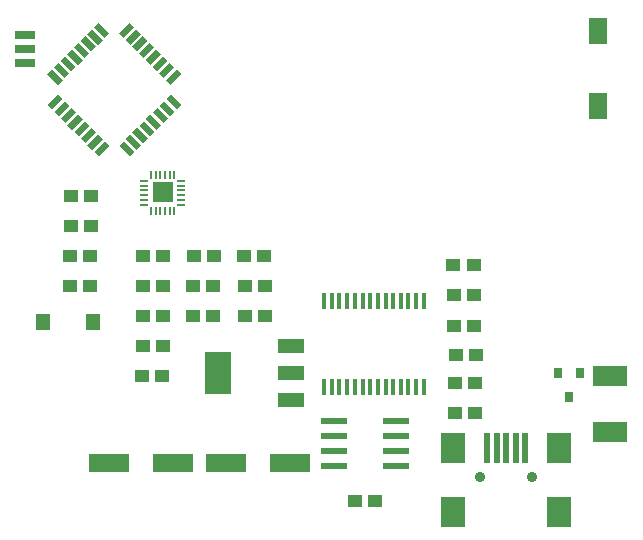
<source format=gtp>
G04 MADE WITH FRITZING*
G04 WWW.FRITZING.ORG*
G04 DOUBLE SIDED*
G04 HOLES PLATED*
G04 CONTOUR ON CENTER OF CONTOUR VECTOR*
%ASAXBY*%
%FSLAX23Y23*%
%MOIN*%
%OFA0B0*%
%SFA1.0B1.0*%
%ADD10C,0.035433*%
%ADD11R,0.028032X0.007874*%
%ADD12R,0.007874X0.028032*%
%ADD13R,0.062992X0.090551*%
%ADD14R,0.013701X0.055000*%
%ADD15R,0.088000X0.048000*%
%ADD16R,0.086614X0.141732*%
%ADD17R,0.050000X0.057874*%
%ADD18R,0.137795X0.062992*%
%ADD19R,0.047244X0.043307*%
%ADD20R,0.087000X0.024000*%
%ADD21R,0.031496X0.035433*%
%ADD22R,0.114000X0.066000*%
%ADD23R,0.019685X0.098425*%
%ADD24R,0.078740X0.098425*%
%ADD25R,0.066929X0.027559*%
%ADD26R,0.066929X0.066929*%
%LNPASTEMASK1*%
G90*
G70*
G54D10*
X1994Y169D03*
X2167Y169D03*
X1994Y169D03*
X2167Y169D03*
G54D11*
X875Y1108D03*
X997Y1140D03*
X997Y1124D03*
X875Y1077D03*
G54D12*
X975Y1177D03*
G54D11*
X875Y1156D03*
X997Y1108D03*
X875Y1140D03*
G54D12*
X959Y1177D03*
G54D11*
X875Y1093D03*
G54D12*
X896Y1177D03*
X944Y1055D03*
G54D11*
X997Y1093D03*
G54D12*
X928Y1055D03*
G54D11*
X997Y1077D03*
G54D12*
X912Y1055D03*
X912Y1177D03*
X975Y1055D03*
X944Y1177D03*
X959Y1055D03*
X928Y1177D03*
X896Y1055D03*
G54D11*
X997Y1156D03*
X875Y1124D03*
G54D13*
X2388Y1407D03*
X2388Y1655D03*
G54D14*
X1474Y755D03*
X1499Y755D03*
X1525Y755D03*
X1551Y755D03*
X1576Y755D03*
X1602Y755D03*
X1627Y755D03*
X1679Y755D03*
X1653Y755D03*
X1704Y755D03*
X1730Y755D03*
X1755Y755D03*
X1781Y755D03*
X1807Y755D03*
X1474Y468D03*
X1499Y468D03*
X1525Y468D03*
X1551Y468D03*
X1576Y468D03*
X1602Y468D03*
X1627Y468D03*
X1653Y468D03*
X1679Y468D03*
X1704Y468D03*
X1730Y468D03*
X1755Y468D03*
X1781Y468D03*
X1807Y468D03*
G54D15*
X1365Y424D03*
X1365Y515D03*
X1365Y606D03*
G54D16*
X1121Y515D03*
G54D17*
X536Y685D03*
X705Y685D03*
G54D18*
X757Y216D03*
X970Y216D03*
X1147Y216D03*
X1360Y216D03*
G54D19*
X1905Y875D03*
X1972Y875D03*
X628Y905D03*
X695Y905D03*
X935Y505D03*
X868Y505D03*
X1275Y907D03*
X1208Y907D03*
X631Y1105D03*
X698Y1105D03*
X631Y1005D03*
X698Y1005D03*
X1108Y905D03*
X1041Y905D03*
X1912Y574D03*
X1979Y574D03*
X628Y805D03*
X695Y805D03*
X1577Y89D03*
X1644Y89D03*
X1975Y671D03*
X1908Y671D03*
X1975Y777D03*
X1908Y777D03*
G54D20*
X1507Y355D03*
X1507Y305D03*
X1507Y255D03*
X1507Y205D03*
X1713Y205D03*
X1713Y255D03*
X1713Y305D03*
X1713Y355D03*
G54D21*
X2328Y517D03*
X2253Y517D03*
X2290Y435D03*
G54D22*
X2428Y507D03*
X2428Y319D03*
G54D23*
X2081Y267D03*
X2049Y267D03*
X2144Y267D03*
X2112Y267D03*
G54D24*
X2258Y51D03*
X1904Y51D03*
X2258Y267D03*
X1904Y267D03*
G54D23*
X2018Y267D03*
G54D19*
X1911Y481D03*
X1978Y481D03*
X871Y905D03*
X938Y905D03*
X871Y705D03*
X938Y705D03*
X871Y605D03*
X938Y605D03*
X871Y805D03*
X938Y805D03*
X1911Y381D03*
X1978Y381D03*
X1105Y705D03*
X1038Y705D03*
X1105Y805D03*
X1038Y805D03*
X1211Y707D03*
X1278Y707D03*
X1278Y807D03*
X1211Y807D03*
G54D25*
X478Y1548D03*
X478Y1595D03*
X478Y1643D03*
G54D26*
X936Y1118D03*
G36*
X758Y1648D02*
X743Y1633D01*
X707Y1668D01*
X723Y1683D01*
X758Y1648D01*
G37*
D02*
G36*
X736Y1626D02*
X720Y1610D01*
X685Y1646D01*
X701Y1661D01*
X736Y1626D01*
G37*
D02*
G36*
X714Y1604D02*
X698Y1588D01*
X663Y1623D01*
X678Y1639D01*
X714Y1604D01*
G37*
D02*
G36*
X691Y1581D02*
X676Y1566D01*
X640Y1601D01*
X656Y1617D01*
X691Y1581D01*
G37*
D02*
G36*
X669Y1559D02*
X654Y1543D01*
X618Y1579D01*
X634Y1594D01*
X669Y1559D01*
G37*
D02*
G36*
X647Y1537D02*
X631Y1521D01*
X596Y1557D01*
X611Y1572D01*
X647Y1537D01*
G37*
D02*
G36*
X625Y1514D02*
X609Y1499D01*
X574Y1534D01*
X589Y1550D01*
X625Y1514D01*
G37*
D02*
G36*
X602Y1492D02*
X587Y1477D01*
X551Y1512D01*
X567Y1528D01*
X602Y1492D01*
G37*
D02*
G36*
X602Y1429D02*
X567Y1394D01*
X551Y1409D01*
X587Y1444D01*
X602Y1429D01*
G37*
D02*
G36*
X625Y1407D02*
X589Y1371D01*
X574Y1387D01*
X609Y1422D01*
X625Y1407D01*
G37*
D02*
G36*
X647Y1384D02*
X611Y1349D01*
X596Y1365D01*
X631Y1400D01*
X647Y1384D01*
G37*
D02*
G36*
X669Y1362D02*
X634Y1327D01*
X618Y1342D01*
X654Y1378D01*
X669Y1362D01*
G37*
D02*
G36*
X691Y1340D02*
X656Y1304D01*
X640Y1320D01*
X676Y1355D01*
X691Y1340D01*
G37*
D02*
G36*
X714Y1318D02*
X678Y1282D01*
X663Y1298D01*
X698Y1333D01*
X714Y1318D01*
G37*
D02*
G36*
X736Y1295D02*
X701Y1260D01*
X685Y1275D01*
X720Y1311D01*
X736Y1295D01*
G37*
D02*
G36*
X758Y1273D02*
X723Y1238D01*
X707Y1253D01*
X743Y1289D01*
X758Y1273D01*
G37*
D02*
G36*
X841Y1253D02*
X826Y1238D01*
X790Y1273D01*
X806Y1289D01*
X841Y1253D01*
G37*
D02*
G36*
X864Y1275D02*
X848Y1260D01*
X813Y1295D01*
X828Y1311D01*
X864Y1275D01*
G37*
D02*
G36*
X886Y1298D02*
X870Y1282D01*
X835Y1318D01*
X850Y1333D01*
X886Y1298D01*
G37*
D02*
G36*
X908Y1320D02*
X893Y1304D01*
X857Y1340D01*
X873Y1355D01*
X908Y1320D01*
G37*
D02*
G36*
X930Y1342D02*
X915Y1327D01*
X879Y1362D01*
X895Y1378D01*
X930Y1342D01*
G37*
D02*
G36*
X953Y1365D02*
X937Y1349D01*
X902Y1384D01*
X917Y1400D01*
X953Y1365D01*
G37*
D02*
G36*
X975Y1387D02*
X959Y1371D01*
X924Y1407D01*
X940Y1422D01*
X975Y1387D01*
G37*
D02*
G36*
X997Y1409D02*
X982Y1394D01*
X946Y1429D01*
X962Y1444D01*
X997Y1409D01*
G37*
D02*
G36*
X997Y1512D02*
X962Y1477D01*
X946Y1492D01*
X982Y1528D01*
X997Y1512D01*
G37*
D02*
G36*
X975Y1534D02*
X940Y1499D01*
X924Y1514D01*
X959Y1550D01*
X975Y1534D01*
G37*
D02*
G36*
X953Y1557D02*
X917Y1521D01*
X902Y1537D01*
X937Y1572D01*
X953Y1557D01*
G37*
D02*
G36*
X930Y1579D02*
X895Y1543D01*
X879Y1559D01*
X915Y1594D01*
X930Y1579D01*
G37*
D02*
G36*
X908Y1601D02*
X873Y1566D01*
X857Y1581D01*
X893Y1617D01*
X908Y1601D01*
G37*
D02*
G36*
X886Y1623D02*
X850Y1588D01*
X835Y1604D01*
X870Y1639D01*
X886Y1623D01*
G37*
D02*
G36*
X864Y1646D02*
X828Y1610D01*
X813Y1626D01*
X848Y1661D01*
X864Y1646D01*
G37*
D02*
G36*
X841Y1668D02*
X806Y1633D01*
X790Y1648D01*
X826Y1683D01*
X841Y1668D01*
G37*
D02*
G04 End of PasteMask1*
M02*
</source>
